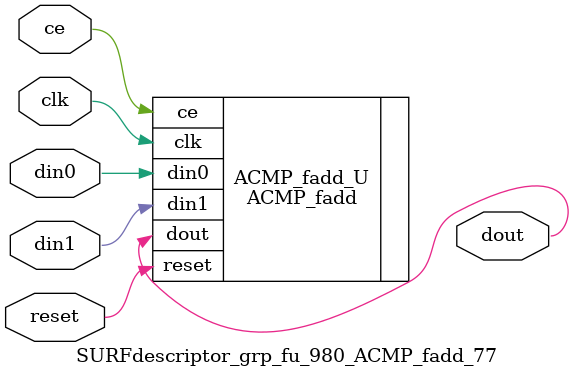
<source format=v>

`timescale 1 ns / 1 ps
module SURFdescriptor_grp_fu_980_ACMP_fadd_77(
    clk,
    reset,
    ce,
    din0,
    din1,
    dout);

parameter ID = 32'd1;
parameter NUM_STAGE = 32'd1;
parameter din0_WIDTH = 32'd1;
parameter din1_WIDTH = 32'd1;
parameter dout_WIDTH = 32'd1;
input clk;
input reset;
input ce;
input[din0_WIDTH - 1:0] din0;
input[din1_WIDTH - 1:0] din1;
output[dout_WIDTH - 1:0] dout;



ACMP_fadd #(
.ID( ID ),
.NUM_STAGE( 4 ),
.din0_WIDTH( din0_WIDTH ),
.din1_WIDTH( din1_WIDTH ),
.dout_WIDTH( dout_WIDTH ))
ACMP_fadd_U(
    .clk( clk ),
    .reset( reset ),
    .ce( ce ),
    .din0( din0 ),
    .din1( din1 ),
    .dout( dout ));

endmodule

</source>
